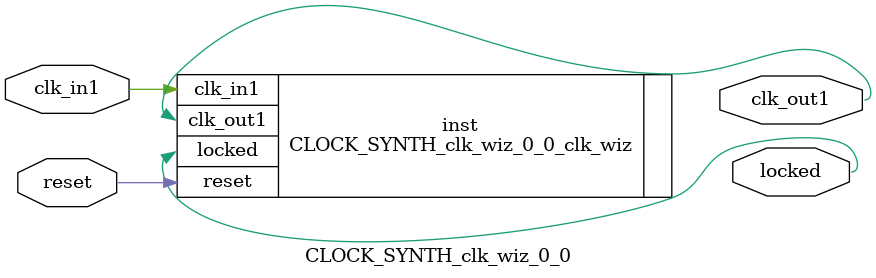
<source format=v>


`timescale 1ps/1ps

(* CORE_GENERATION_INFO = "CLOCK_SYNTH_clk_wiz_0_0,clk_wiz_v6_0_14_0_0,{component_name=CLOCK_SYNTH_clk_wiz_0_0,use_phase_alignment=true,use_min_o_jitter=false,use_max_i_jitter=false,use_dyn_phase_shift=false,use_inclk_switchover=false,use_dyn_reconfig=false,enable_axi=0,feedback_source=FDBK_AUTO,PRIMITIVE=MMCM,num_out_clk=1,clkin1_period=83.333,clkin2_period=10.0,use_power_down=false,use_reset=true,use_locked=true,use_inclk_stopped=false,feedback_type=SINGLE,CLOCK_MGR_TYPE=NA,manual_override=false}" *)

module CLOCK_SYNTH_clk_wiz_0_0 
 (
  // Clock out ports
  output        clk_out1,
  // Status and control signals
  input         reset,
  output        locked,
 // Clock in ports
  input         clk_in1
 );

  CLOCK_SYNTH_clk_wiz_0_0_clk_wiz inst
  (
  // Clock out ports  
  .clk_out1(clk_out1),
  // Status and control signals               
  .reset(reset), 
  .locked(locked),
 // Clock in ports
  .clk_in1(clk_in1)
  );

endmodule

</source>
